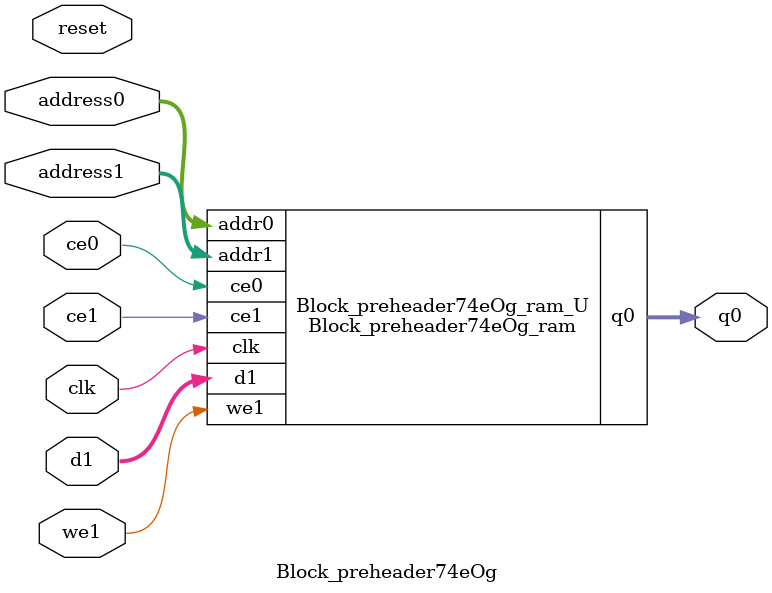
<source format=v>
`timescale 1 ns / 1 ps
module Block_preheader74eOg_ram (addr0, ce0, q0, addr1, ce1, d1, we1,  clk);

parameter DWIDTH = 8;
parameter AWIDTH = 10;
parameter MEM_SIZE = 966;

input[AWIDTH-1:0] addr0;
input ce0;
output reg[DWIDTH-1:0] q0;
input[AWIDTH-1:0] addr1;
input ce1;
input[DWIDTH-1:0] d1;
input we1;
input clk;

(* ram_style = "block" *)reg [DWIDTH-1:0] ram[0:MEM_SIZE-1];




always @(posedge clk)  
begin 
    if (ce0) begin
        q0 <= ram[addr0];
    end
end


always @(posedge clk)  
begin 
    if (ce1) begin
        if (we1) 
            ram[addr1] <= d1; 
    end
end


endmodule

`timescale 1 ns / 1 ps
module Block_preheader74eOg(
    reset,
    clk,
    address0,
    ce0,
    q0,
    address1,
    ce1,
    we1,
    d1);

parameter DataWidth = 32'd8;
parameter AddressRange = 32'd966;
parameter AddressWidth = 32'd10;
input reset;
input clk;
input[AddressWidth - 1:0] address0;
input ce0;
output[DataWidth - 1:0] q0;
input[AddressWidth - 1:0] address1;
input ce1;
input we1;
input[DataWidth - 1:0] d1;



Block_preheader74eOg_ram Block_preheader74eOg_ram_U(
    .clk( clk ),
    .addr0( address0 ),
    .ce0( ce0 ),
    .q0( q0 ),
    .addr1( address1 ),
    .ce1( ce1 ),
    .we1( we1 ),
    .d1( d1 ));

endmodule


</source>
